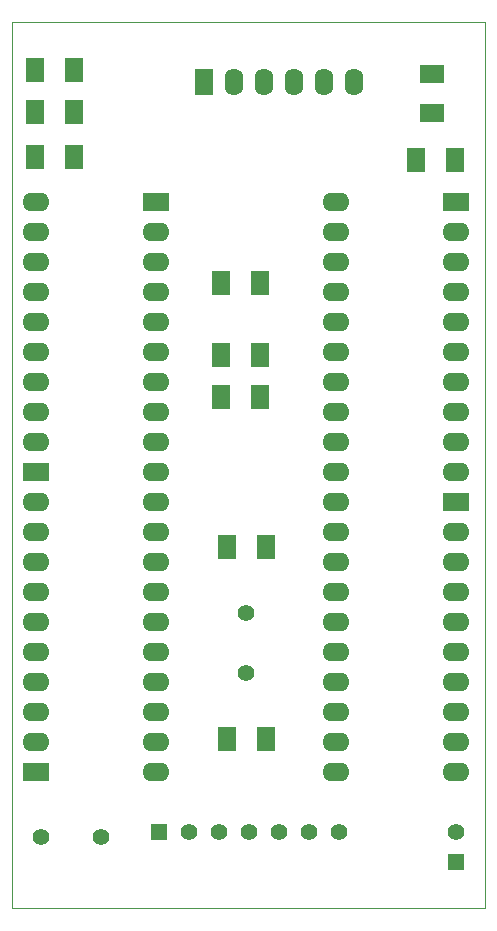
<source format=gts>
G04 #@! TF.FileFunction,Soldermask,Top*
%FSLAX46Y46*%
G04 Gerber Fmt 4.6, Leading zero omitted, Abs format (unit mm)*
G04 Created by KiCad (PCBNEW (2015-01-16 BZR 5376)-product) date 6/25/2015 4:24:31 PM*
%MOMM*%
G01*
G04 APERTURE LIST*
%ADD10C,0.150000*%
%ADD11C,0.100000*%
%ADD12R,1.524000X2.032000*%
%ADD13R,1.574800X2.286000*%
%ADD14O,1.574800X2.286000*%
%ADD15R,2.286000X1.574800*%
%ADD16O,2.286000X1.574800*%
%ADD17C,1.422400*%
%ADD18R,2.032000X1.524000*%
%ADD19R,1.397000X1.397000*%
%ADD20C,1.397000*%
G04 APERTURE END LIST*
D10*
D11*
X228500000Y-150000000D02*
X188500000Y-150000000D01*
X228500000Y-75000000D02*
X228500000Y-150000000D01*
X188500000Y-75000000D02*
X188500000Y-150000000D01*
X188500000Y-75000000D02*
X228500000Y-75000000D01*
D12*
X206121000Y-97028000D03*
X209423000Y-97028000D03*
X206629000Y-119380000D03*
X209931000Y-119380000D03*
X206629000Y-135636000D03*
X209931000Y-135636000D03*
X206121000Y-106680000D03*
X209423000Y-106680000D03*
X206121000Y-103124000D03*
X209423000Y-103124000D03*
D13*
X204724000Y-80010000D03*
D14*
X207264000Y-80010000D03*
X209804000Y-80010000D03*
X212344000Y-80010000D03*
X214884000Y-80010000D03*
X217424000Y-80010000D03*
D15*
X190500000Y-113030000D03*
D16*
X190500000Y-110490000D03*
X190500000Y-107950000D03*
X190500000Y-105410000D03*
X190500000Y-102870000D03*
X190500000Y-100330000D03*
X190500000Y-97790000D03*
X190500000Y-95250000D03*
X190500000Y-92710000D03*
X190500000Y-90170000D03*
D15*
X190500000Y-138430000D03*
D16*
X190500000Y-135890000D03*
X190500000Y-133350000D03*
X190500000Y-130810000D03*
X190500000Y-128270000D03*
X190500000Y-125730000D03*
X190500000Y-123190000D03*
X190500000Y-120650000D03*
X190500000Y-118110000D03*
X190500000Y-115570000D03*
D15*
X226060000Y-115570000D03*
D16*
X226060000Y-118110000D03*
X226060000Y-120650000D03*
X226060000Y-123190000D03*
X226060000Y-125730000D03*
X226060000Y-128270000D03*
X226060000Y-130810000D03*
X226060000Y-133350000D03*
X226060000Y-135890000D03*
X226060000Y-138430000D03*
D15*
X226060000Y-90170000D03*
D16*
X226060000Y-92710000D03*
X226060000Y-95250000D03*
X226060000Y-97790000D03*
X226060000Y-100330000D03*
X226060000Y-102870000D03*
X226060000Y-105410000D03*
X226060000Y-107950000D03*
X226060000Y-110490000D03*
X226060000Y-113030000D03*
D17*
X208280000Y-130048000D03*
X208280000Y-124968000D03*
D15*
X200660000Y-90170000D03*
D16*
X200660000Y-92710000D03*
X200660000Y-95250000D03*
X200660000Y-97790000D03*
X200660000Y-100330000D03*
X200660000Y-102870000D03*
X200660000Y-105410000D03*
X200660000Y-107950000D03*
X200660000Y-110490000D03*
X200660000Y-113030000D03*
X200660000Y-115570000D03*
X200660000Y-118110000D03*
X200660000Y-120650000D03*
X200660000Y-123190000D03*
X200660000Y-125730000D03*
X200660000Y-128270000D03*
X200660000Y-130810000D03*
X200660000Y-133350000D03*
X200660000Y-135890000D03*
X200660000Y-138430000D03*
X215900000Y-138430000D03*
X215900000Y-135890000D03*
X215900000Y-133350000D03*
X215900000Y-130810000D03*
X215900000Y-128270000D03*
X215900000Y-125730000D03*
X215900000Y-123190000D03*
X215900000Y-120650000D03*
X215900000Y-118110000D03*
X215900000Y-115570000D03*
X215900000Y-113030000D03*
X215900000Y-110490000D03*
X215900000Y-107950000D03*
X215900000Y-105410000D03*
X215900000Y-102870000D03*
X215900000Y-100330000D03*
X215900000Y-97790000D03*
X215900000Y-95250000D03*
X215900000Y-92710000D03*
X215900000Y-90170000D03*
D12*
X225933000Y-86614000D03*
X222631000Y-86614000D03*
D18*
X224028000Y-82677000D03*
X224028000Y-79375000D03*
D12*
X193675000Y-82550000D03*
X190373000Y-82550000D03*
X193675000Y-86360000D03*
X190373000Y-86360000D03*
X190373000Y-78994000D03*
X193675000Y-78994000D03*
D19*
X200914000Y-143510000D03*
D20*
X203454000Y-143510000D03*
X205994000Y-143510000D03*
X208534000Y-143510000D03*
X211074000Y-143510000D03*
X213614000Y-143510000D03*
X216154000Y-143510000D03*
D19*
X226060000Y-146050000D03*
D20*
X226060000Y-143510000D03*
X196040000Y-144000000D03*
X190960000Y-144000000D03*
M02*

</source>
